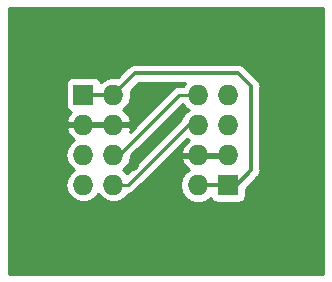
<source format=gtl>
G04 #@! TF.GenerationSoftware,KiCad,Pcbnew,5.0.2-bee76a0~70~ubuntu18.04.1*
G04 #@! TF.CreationDate,2019-12-09T23:25:18+09:00*
G04 #@! TF.ProjectId,AUX1_adapter,41555831-5f61-4646-9170-7465722e6b69,rev?*
G04 #@! TF.SameCoordinates,Original*
G04 #@! TF.FileFunction,Copper,L1,Top*
G04 #@! TF.FilePolarity,Positive*
%FSLAX46Y46*%
G04 Gerber Fmt 4.6, Leading zero omitted, Abs format (unit mm)*
G04 Created by KiCad (PCBNEW 5.0.2-bee76a0~70~ubuntu18.04.1) date Mon 09 Dec 2019 11:25:18 PM JST*
%MOMM*%
%LPD*%
G01*
G04 APERTURE LIST*
G04 #@! TA.AperFunction,ComponentPad*
%ADD10R,1.727200X1.727200*%
G04 #@! TD*
G04 #@! TA.AperFunction,ComponentPad*
%ADD11O,1.727200X1.727200*%
G04 #@! TD*
G04 #@! TA.AperFunction,ViaPad*
%ADD12C,0.800000*%
G04 #@! TD*
G04 #@! TA.AperFunction,Conductor*
%ADD13C,0.300000*%
G04 #@! TD*
G04 #@! TA.AperFunction,Conductor*
%ADD14C,0.250000*%
G04 #@! TD*
G04 #@! TA.AperFunction,Conductor*
%ADD15C,0.254000*%
G04 #@! TD*
G04 APERTURE END LIST*
D10*
G04 #@! TO.P,J1,1*
G04 #@! TO.N,+5V*
X89000000Y-61100000D03*
D11*
G04 #@! TO.P,J1,2*
X91540000Y-61100000D03*
G04 #@! TO.P,J1,3*
G04 #@! TO.N,GND*
X89000000Y-63640000D03*
G04 #@! TO.P,J1,4*
X91540000Y-63640000D03*
G04 #@! TO.P,J1,5*
G04 #@! TO.N,N/C*
X89000000Y-66180000D03*
G04 #@! TO.P,J1,6*
G04 #@! TO.N,TX*
X91540000Y-66180000D03*
G04 #@! TO.P,J1,7*
G04 #@! TO.N,N/C*
X89000000Y-68720000D03*
G04 #@! TO.P,J1,8*
G04 #@! TO.N,RX*
X91540000Y-68720000D03*
G04 #@! TD*
G04 #@! TO.P,J4,8*
G04 #@! TO.N,TX*
X98710000Y-61130000D03*
G04 #@! TO.P,J4,7*
G04 #@! TO.N,N/C*
X101250000Y-61130000D03*
G04 #@! TO.P,J4,6*
G04 #@! TO.N,RX*
X98710000Y-63670000D03*
G04 #@! TO.P,J4,5*
G04 #@! TO.N,N/C*
X101250000Y-63670000D03*
G04 #@! TO.P,J4,4*
G04 #@! TO.N,GND*
X98710000Y-66210000D03*
G04 #@! TO.P,J4,3*
X101250000Y-66210000D03*
G04 #@! TO.P,J4,2*
G04 #@! TO.N,+5V*
X98710000Y-68750000D03*
D10*
G04 #@! TO.P,J4,1*
X101250000Y-68750000D03*
G04 #@! TD*
D12*
G04 #@! TO.N,GND*
X93300000Y-67100000D03*
X97000000Y-62950000D03*
G04 #@! TD*
D13*
G04 #@! TO.N,+5V*
X89000000Y-61100000D02*
X91450000Y-61100000D01*
X101250000Y-68750000D02*
X100136400Y-68750000D01*
X100136400Y-68750000D02*
X98600000Y-68750000D01*
X93340000Y-59300000D02*
X102100000Y-59300000D01*
X101800000Y-68900000D02*
X101300000Y-68900000D01*
X103200000Y-67500000D02*
X101800000Y-68900000D01*
X103200000Y-60400000D02*
X103200000Y-67500000D01*
X102100000Y-59300000D02*
X103200000Y-60400000D01*
X91540000Y-61100000D02*
X93340000Y-59300000D01*
D14*
G04 #@! TO.N,TX*
X91540000Y-66180000D02*
X92020000Y-66180000D01*
X92020000Y-66180000D02*
X97100000Y-61100000D01*
X97100000Y-61100000D02*
X98650000Y-61100000D01*
G04 #@! TO.N,RX*
X92761314Y-68720000D02*
X97831314Y-63650000D01*
X91540000Y-68720000D02*
X92761314Y-68720000D01*
X97831314Y-63650000D02*
X98650000Y-63650000D01*
G04 #@! TD*
D15*
G04 #@! TO.N,GND*
G36*
X109265001Y-76265000D02*
X82735000Y-76265000D01*
X82735000Y-66180000D01*
X87472041Y-66180000D01*
X87588350Y-66764725D01*
X87919570Y-67260430D01*
X88203281Y-67450000D01*
X87919570Y-67639570D01*
X87588350Y-68135275D01*
X87472041Y-68720000D01*
X87588350Y-69304725D01*
X87919570Y-69800430D01*
X88415275Y-70131650D01*
X88852402Y-70218600D01*
X89147598Y-70218600D01*
X89584725Y-70131650D01*
X90080430Y-69800430D01*
X90270000Y-69516719D01*
X90459570Y-69800430D01*
X90955275Y-70131650D01*
X91392402Y-70218600D01*
X91687598Y-70218600D01*
X92124725Y-70131650D01*
X92620430Y-69800430D01*
X92834286Y-69480373D01*
X92836161Y-69480000D01*
X92836166Y-69480000D01*
X93057851Y-69435904D01*
X93309243Y-69267929D01*
X93351645Y-69204470D01*
X97735144Y-64820972D01*
X97931021Y-64951854D01*
X97821510Y-65003179D01*
X97427312Y-65435053D01*
X97255042Y-65850974D01*
X97376183Y-66083000D01*
X98583000Y-66083000D01*
X98583000Y-66063000D01*
X98837000Y-66063000D01*
X98837000Y-66083000D01*
X101123000Y-66083000D01*
X101123000Y-66063000D01*
X101377000Y-66063000D01*
X101377000Y-66083000D01*
X101397000Y-66083000D01*
X101397000Y-66337000D01*
X101377000Y-66337000D01*
X101377000Y-66357000D01*
X101123000Y-66357000D01*
X101123000Y-66337000D01*
X98837000Y-66337000D01*
X98837000Y-66357000D01*
X98583000Y-66357000D01*
X98583000Y-66337000D01*
X97376183Y-66337000D01*
X97255042Y-66569026D01*
X97427312Y-66984947D01*
X97821510Y-67416821D01*
X97931021Y-67468146D01*
X97629570Y-67669570D01*
X97298350Y-68165275D01*
X97182041Y-68750000D01*
X97298350Y-69334725D01*
X97629570Y-69830430D01*
X98125275Y-70161650D01*
X98562402Y-70248600D01*
X98857598Y-70248600D01*
X99294725Y-70161650D01*
X99783068Y-69835349D01*
X99788243Y-69861365D01*
X99928591Y-70071409D01*
X100138635Y-70211757D01*
X100386400Y-70261040D01*
X102113600Y-70261040D01*
X102361365Y-70211757D01*
X102571409Y-70071409D01*
X102711757Y-69861365D01*
X102761040Y-69613600D01*
X102761040Y-69049117D01*
X103700411Y-68109747D01*
X103765953Y-68065953D01*
X103809747Y-68000411D01*
X103809749Y-68000409D01*
X103939454Y-67806292D01*
X103964853Y-67678600D01*
X103985000Y-67577316D01*
X103985000Y-67577312D01*
X104000378Y-67500000D01*
X103985000Y-67422688D01*
X103985000Y-60477312D01*
X104000378Y-60400000D01*
X103985000Y-60322688D01*
X103985000Y-60322684D01*
X103939454Y-60093708D01*
X103909962Y-60049570D01*
X103809749Y-59899591D01*
X103809747Y-59899589D01*
X103765953Y-59834047D01*
X103700411Y-59790253D01*
X102709749Y-58799592D01*
X102665953Y-58734047D01*
X102406292Y-58560546D01*
X102177316Y-58515000D01*
X102177312Y-58515000D01*
X102100000Y-58499622D01*
X102022688Y-58515000D01*
X93417310Y-58515000D01*
X93339999Y-58499622D01*
X93262688Y-58515000D01*
X93262684Y-58515000D01*
X93033708Y-58560546D01*
X93033706Y-58560547D01*
X93033707Y-58560547D01*
X92839591Y-58690251D01*
X92839589Y-58690253D01*
X92774047Y-58734047D01*
X92730253Y-58799589D01*
X91888484Y-59641359D01*
X91687598Y-59601400D01*
X91392402Y-59601400D01*
X90955275Y-59688350D01*
X90466932Y-60014651D01*
X90461757Y-59988635D01*
X90321409Y-59778591D01*
X90111365Y-59638243D01*
X89863600Y-59588960D01*
X88136400Y-59588960D01*
X87888635Y-59638243D01*
X87678591Y-59778591D01*
X87538243Y-59988635D01*
X87488960Y-60236400D01*
X87488960Y-61963600D01*
X87538243Y-62211365D01*
X87678591Y-62421409D01*
X87888635Y-62561757D01*
X87977936Y-62579520D01*
X87717312Y-62865053D01*
X87545042Y-63280974D01*
X87666183Y-63513000D01*
X88873000Y-63513000D01*
X88873000Y-63493000D01*
X89127000Y-63493000D01*
X89127000Y-63513000D01*
X91413000Y-63513000D01*
X91413000Y-63493000D01*
X91667000Y-63493000D01*
X91667000Y-63513000D01*
X92873817Y-63513000D01*
X92994958Y-63280974D01*
X92822688Y-62865053D01*
X92428490Y-62433179D01*
X92318979Y-62381854D01*
X92620430Y-62180430D01*
X92951650Y-61684725D01*
X93067959Y-61100000D01*
X92998641Y-60751516D01*
X93665158Y-60085000D01*
X97605896Y-60085000D01*
X97435511Y-60340000D01*
X97174847Y-60340000D01*
X97100000Y-60325112D01*
X97025153Y-60340000D01*
X97025148Y-60340000D01*
X96803463Y-60384096D01*
X96552071Y-60552071D01*
X96509671Y-60615527D01*
X92902184Y-64223014D01*
X92994958Y-63999026D01*
X92873817Y-63767000D01*
X91667000Y-63767000D01*
X91667000Y-63787000D01*
X91413000Y-63787000D01*
X91413000Y-63767000D01*
X89127000Y-63767000D01*
X89127000Y-63787000D01*
X88873000Y-63787000D01*
X88873000Y-63767000D01*
X87666183Y-63767000D01*
X87545042Y-63999026D01*
X87717312Y-64414947D01*
X88111510Y-64846821D01*
X88221021Y-64898146D01*
X87919570Y-65099570D01*
X87588350Y-65595275D01*
X87472041Y-66180000D01*
X82735000Y-66180000D01*
X82735000Y-53735000D01*
X109265000Y-53735000D01*
X109265001Y-76265000D01*
X109265001Y-76265000D01*
G37*
X109265001Y-76265000D02*
X82735000Y-76265000D01*
X82735000Y-66180000D01*
X87472041Y-66180000D01*
X87588350Y-66764725D01*
X87919570Y-67260430D01*
X88203281Y-67450000D01*
X87919570Y-67639570D01*
X87588350Y-68135275D01*
X87472041Y-68720000D01*
X87588350Y-69304725D01*
X87919570Y-69800430D01*
X88415275Y-70131650D01*
X88852402Y-70218600D01*
X89147598Y-70218600D01*
X89584725Y-70131650D01*
X90080430Y-69800430D01*
X90270000Y-69516719D01*
X90459570Y-69800430D01*
X90955275Y-70131650D01*
X91392402Y-70218600D01*
X91687598Y-70218600D01*
X92124725Y-70131650D01*
X92620430Y-69800430D01*
X92834286Y-69480373D01*
X92836161Y-69480000D01*
X92836166Y-69480000D01*
X93057851Y-69435904D01*
X93309243Y-69267929D01*
X93351645Y-69204470D01*
X97735144Y-64820972D01*
X97931021Y-64951854D01*
X97821510Y-65003179D01*
X97427312Y-65435053D01*
X97255042Y-65850974D01*
X97376183Y-66083000D01*
X98583000Y-66083000D01*
X98583000Y-66063000D01*
X98837000Y-66063000D01*
X98837000Y-66083000D01*
X101123000Y-66083000D01*
X101123000Y-66063000D01*
X101377000Y-66063000D01*
X101377000Y-66083000D01*
X101397000Y-66083000D01*
X101397000Y-66337000D01*
X101377000Y-66337000D01*
X101377000Y-66357000D01*
X101123000Y-66357000D01*
X101123000Y-66337000D01*
X98837000Y-66337000D01*
X98837000Y-66357000D01*
X98583000Y-66357000D01*
X98583000Y-66337000D01*
X97376183Y-66337000D01*
X97255042Y-66569026D01*
X97427312Y-66984947D01*
X97821510Y-67416821D01*
X97931021Y-67468146D01*
X97629570Y-67669570D01*
X97298350Y-68165275D01*
X97182041Y-68750000D01*
X97298350Y-69334725D01*
X97629570Y-69830430D01*
X98125275Y-70161650D01*
X98562402Y-70248600D01*
X98857598Y-70248600D01*
X99294725Y-70161650D01*
X99783068Y-69835349D01*
X99788243Y-69861365D01*
X99928591Y-70071409D01*
X100138635Y-70211757D01*
X100386400Y-70261040D01*
X102113600Y-70261040D01*
X102361365Y-70211757D01*
X102571409Y-70071409D01*
X102711757Y-69861365D01*
X102761040Y-69613600D01*
X102761040Y-69049117D01*
X103700411Y-68109747D01*
X103765953Y-68065953D01*
X103809747Y-68000411D01*
X103809749Y-68000409D01*
X103939454Y-67806292D01*
X103964853Y-67678600D01*
X103985000Y-67577316D01*
X103985000Y-67577312D01*
X104000378Y-67500000D01*
X103985000Y-67422688D01*
X103985000Y-60477312D01*
X104000378Y-60400000D01*
X103985000Y-60322688D01*
X103985000Y-60322684D01*
X103939454Y-60093708D01*
X103909962Y-60049570D01*
X103809749Y-59899591D01*
X103809747Y-59899589D01*
X103765953Y-59834047D01*
X103700411Y-59790253D01*
X102709749Y-58799592D01*
X102665953Y-58734047D01*
X102406292Y-58560546D01*
X102177316Y-58515000D01*
X102177312Y-58515000D01*
X102100000Y-58499622D01*
X102022688Y-58515000D01*
X93417310Y-58515000D01*
X93339999Y-58499622D01*
X93262688Y-58515000D01*
X93262684Y-58515000D01*
X93033708Y-58560546D01*
X93033706Y-58560547D01*
X93033707Y-58560547D01*
X92839591Y-58690251D01*
X92839589Y-58690253D01*
X92774047Y-58734047D01*
X92730253Y-58799589D01*
X91888484Y-59641359D01*
X91687598Y-59601400D01*
X91392402Y-59601400D01*
X90955275Y-59688350D01*
X90466932Y-60014651D01*
X90461757Y-59988635D01*
X90321409Y-59778591D01*
X90111365Y-59638243D01*
X89863600Y-59588960D01*
X88136400Y-59588960D01*
X87888635Y-59638243D01*
X87678591Y-59778591D01*
X87538243Y-59988635D01*
X87488960Y-60236400D01*
X87488960Y-61963600D01*
X87538243Y-62211365D01*
X87678591Y-62421409D01*
X87888635Y-62561757D01*
X87977936Y-62579520D01*
X87717312Y-62865053D01*
X87545042Y-63280974D01*
X87666183Y-63513000D01*
X88873000Y-63513000D01*
X88873000Y-63493000D01*
X89127000Y-63493000D01*
X89127000Y-63513000D01*
X91413000Y-63513000D01*
X91413000Y-63493000D01*
X91667000Y-63493000D01*
X91667000Y-63513000D01*
X92873817Y-63513000D01*
X92994958Y-63280974D01*
X92822688Y-62865053D01*
X92428490Y-62433179D01*
X92318979Y-62381854D01*
X92620430Y-62180430D01*
X92951650Y-61684725D01*
X93067959Y-61100000D01*
X92998641Y-60751516D01*
X93665158Y-60085000D01*
X97605896Y-60085000D01*
X97435511Y-60340000D01*
X97174847Y-60340000D01*
X97100000Y-60325112D01*
X97025153Y-60340000D01*
X97025148Y-60340000D01*
X96803463Y-60384096D01*
X96552071Y-60552071D01*
X96509671Y-60615527D01*
X92902184Y-64223014D01*
X92994958Y-63999026D01*
X92873817Y-63767000D01*
X91667000Y-63767000D01*
X91667000Y-63787000D01*
X91413000Y-63787000D01*
X91413000Y-63767000D01*
X89127000Y-63767000D01*
X89127000Y-63787000D01*
X88873000Y-63787000D01*
X88873000Y-63767000D01*
X87666183Y-63767000D01*
X87545042Y-63999026D01*
X87717312Y-64414947D01*
X88111510Y-64846821D01*
X88221021Y-64898146D01*
X87919570Y-65099570D01*
X87588350Y-65595275D01*
X87472041Y-66180000D01*
X82735000Y-66180000D01*
X82735000Y-53735000D01*
X109265000Y-53735000D01*
X109265001Y-76265000D01*
G36*
X97629570Y-62210430D02*
X97913281Y-62400000D01*
X97629570Y-62589570D01*
X97298350Y-63085275D01*
X97296791Y-63093114D01*
X97283385Y-63102071D01*
X97240985Y-63165527D01*
X92679115Y-67727398D01*
X92620430Y-67639570D01*
X92336719Y-67450000D01*
X92620430Y-67260430D01*
X92951650Y-66764725D01*
X93061294Y-66213507D01*
X97403183Y-61871619D01*
X97629570Y-62210430D01*
X97629570Y-62210430D01*
G37*
X97629570Y-62210430D02*
X97913281Y-62400000D01*
X97629570Y-62589570D01*
X97298350Y-63085275D01*
X97296791Y-63093114D01*
X97283385Y-63102071D01*
X97240985Y-63165527D01*
X92679115Y-67727398D01*
X92620430Y-67639570D01*
X92336719Y-67450000D01*
X92620430Y-67260430D01*
X92951650Y-66764725D01*
X93061294Y-66213507D01*
X97403183Y-61871619D01*
X97629570Y-62210430D01*
G04 #@! TD*
M02*

</source>
